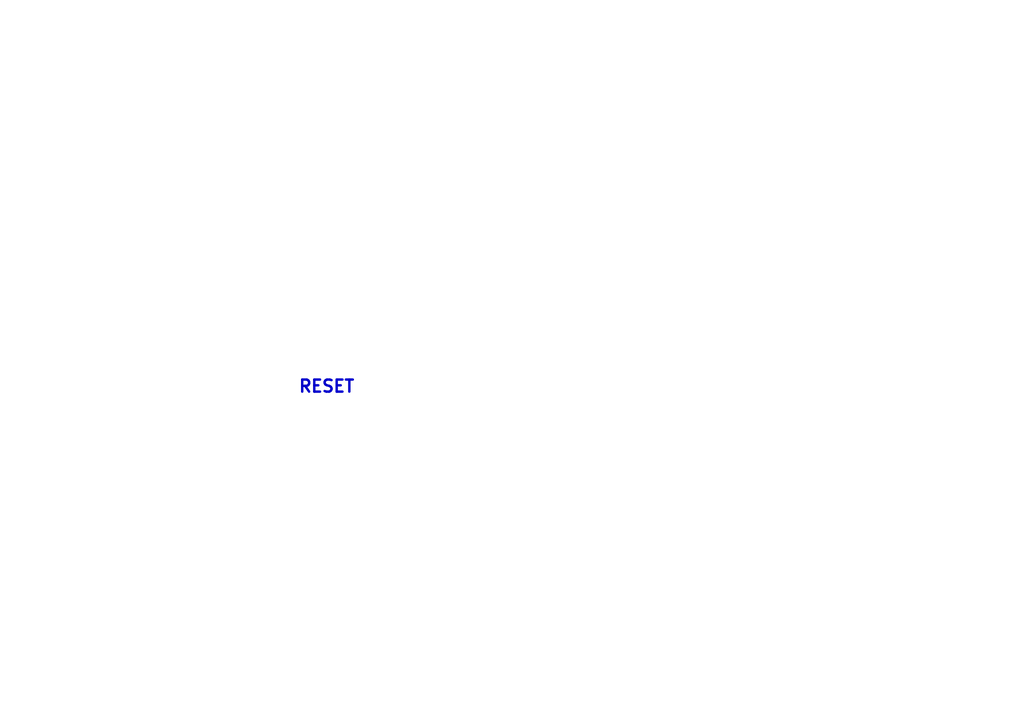
<source format=kicad_sch>
(kicad_sch (version 20230121) (generator eeschema)
  (paper "A4")
  (lib_symbols)
  (text "RESET" (at 86.36 114.3 0) (effects (font (size 3.5 3.5) bold) (justify left bottom)))
)
</source>
